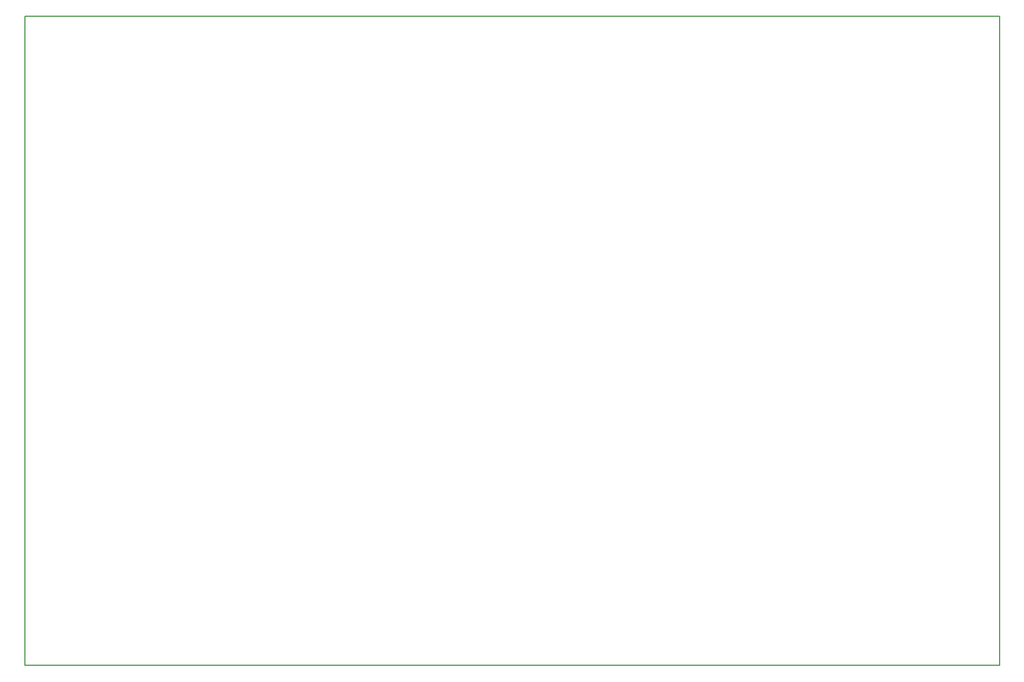
<source format=gko>
G04 ================== begin FILE IDENTIFICATION RECORD ==================*
G04 Layout Name:  radiotelescope.brd*
G04 Film Name:    BOARD_GEO*
G04 File Format:  Gerber RS274X*
G04 File Origin:  Cadence Allegro 17.4-S035*
G04 Origin Date:  Tue Feb 21 10:10:28 2023*
G04 *
G04 Layer:  BOARD GEOMETRY/DESIGN_OUTLINE*
G04 Layer:  BOARD GEOMETRY/CUTOUT*
G04 *
G04 Offset:    (0.00 0.00)*
G04 Mirror:    No*
G04 Mode:      Positive*
G04 Rotation:  0*
G04 FullContactRelief:  No*
G04 UndefLineWidth:     5.00*
G04 ================== end FILE IDENTIFICATION RECORD ====================*
%FSLAX35Y35*MOMM*%
%IR0*IPPOS*OFA0.00000B0.00000*MIA0B0*SFA1.00000B1.00000*%
%ADD10C,.127*%
G75*
%LPD*%
G75*
G54D10*
G01X-7048500Y-5080000D02*
Y5080000D01*
X8191500D01*
Y-5080000D01*
X-7048500D01*
M02*

</source>
